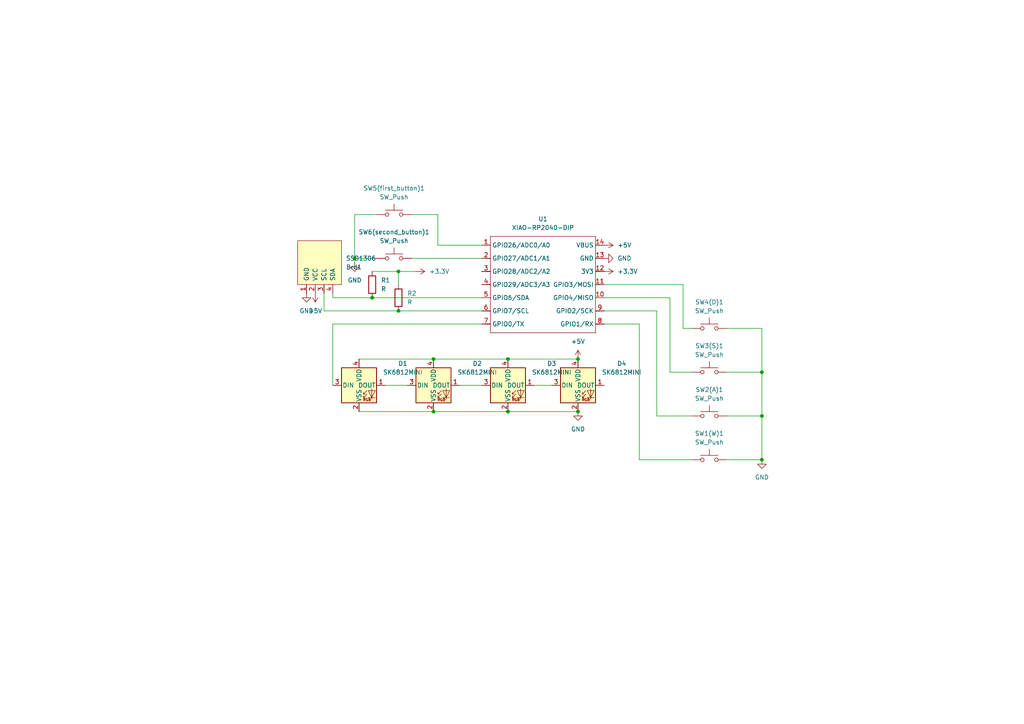
<source format=kicad_sch>
(kicad_sch (version 20231120) (generator "eeschema") (generator_version "8.0")
  (paper "A4")
  (lib_symbols
    (symbol "Device:R" (pin_numbers hide) (pin_names (offset 0))
      (property "Reference" "R" (at 2.032 0 90))
      (property "Value" "R" (at 0 0 90))
      (symbol "R_0_1"
        (rectangle (start -1.016 -2.54) (end 1.016 2.54) (stroke (width 0.254)))
      )
      (symbol "R_1_1"
        (pin passive line (at 0 3.81 270) (length 1.27) (name "~") (number "1"))
        (pin passive line (at 0 -3.81 90) (length 1.27) (name "~") (number "2"))
      )
    )
    (symbol "LED:SK6812MINI" (pin_names (offset 0.254))
      (property "Reference" "D" (at 5.08 5.715 0))
      (property "Value" "SK6812MINI" (at 1.27 -5.715 0))
      (symbol "SK6812MINI_0_0"
        (text "RGB" (at 2.286 -4.191 0) (effects (font (size 0.762 0.762))))
      )
      (symbol "SK6812MINI_0_1"
        (polyline (pts (xy 1.27 -3.556) (xy 1.778 -3.556)))
        (polyline (pts (xy 1.27 -2.54) (xy 1.778 -2.54)))
        (polyline (pts (xy 4.699 -3.556) (xy 2.667 -3.556)))
        (polyline (pts (xy 2.286 -2.54) (xy 1.27 -3.556) (xy 1.27 -3.048)))
        (polyline (pts (xy 2.286 -1.524) (xy 1.27 -2.54) (xy 1.27 -2.032)))
        (polyline (pts (xy 3.683 -1.016) (xy 3.683 -3.556) (xy 3.683 -4.064)))
        (polyline (pts (xy 4.699 -1.524) (xy 2.667 -1.524) (xy 3.683 -3.556) (xy 4.699 -1.524)))
        (rectangle (start 5.08 5.08) (end -5.08 -5.08) (stroke (width 0.254)) (fill (type background)))
      )
      (symbol "SK6812MINI_1_1"
        (pin output line (at 7.62 0 180) (length 2.54) (name "DOUT") (number "1"))
        (pin power_in line (at 0 -7.62 90) (length 2.54) (name "VSS") (number "2"))
        (pin input line (at -7.62 0 0) (length 2.54) (name "DIN") (number "3"))
        (pin power_in line (at 0 7.62 270) (length 2.54) (name "VDD") (number "4"))
      )
    )
    (symbol "OLED_V2:SSD1306" (pin_names (offset 1.016))
      (property "Reference" "Brd" (at 0 -3.81 0))
      (property "Value" "SSD1306" (at 0 -1.27 0))
      (symbol "SSD1306_0_1"
        (rectangle (start -6.35 6.35) (end 6.35 -6.35) (fill (type background)))
      )
      (symbol "SSD1306_1_1"
        (pin input line (at -3.81 8.89 270) (length 2.54) (name "GND") (number "1"))
        (pin input line (at -1.27 8.89 270) (length 2.54) (name "VCC") (number "2"))
        (pin input line (at 1.27 8.89 270) (length 2.54) (name "SCL") (number "3"))
        (pin input line (at 3.81 8.89 270) (length 2.54) (name "SDA") (number "4"))
      )
    )
    (symbol "OPL:XIAO-RP2040-DIP"
      (property "Reference" "U" (at 0 0 0))
      (property "Value" "XIAO-RP2040-DIP" (at 5.334 -1.778 0))
      (symbol "XIAO-RP2040-DIP_1_0"
        (polyline (pts (xy -1.27 -30.48) (xy -1.27 -16.51)) (stroke (width 0.1524)))
        (polyline (pts (xy -1.27 -27.94) (xy -2.54 -27.94)) (stroke (width 0.1524)))
        (polyline (pts (xy -1.27 -24.13) (xy -2.54 -24.13)) (stroke (width 0.1524)))
        (polyline (pts (xy -1.27 -20.32) (xy -2.54 -20.32)) (stroke (width 0.1524)))
        (polyline (pts (xy -1.27 -16.51) (xy -2.54 -16.51)) (stroke (width 0.1524)))
        (polyline (pts (xy -1.27 -16.51) (xy -1.27 -12.7)) (stroke (width 0.1524)))
        (polyline (pts (xy -1.27 -12.7) (xy -2.54 -12.7)) (stroke (width 0.1524)))
        (polyline (pts (xy -1.27 -12.7) (xy -1.27 -8.89)) (stroke (width 0.1524)))
        (polyline (pts (xy -1.27 -8.89) (xy -2.54 -8.89)) (stroke (width 0.1524)))
        (polyline (pts (xy -1.27 -8.89) (xy -1.27 -5.08)) (stroke (width 0.1524)))
        (polyline (pts (xy -1.27 -5.08) (xy -2.54 -5.08)) (stroke (width 0.1524)))
        (polyline (pts (xy -1.27 -5.08) (xy -1.27 -2.54)) (stroke (width 0.1524)))
        (polyline (pts (xy -1.27 -2.54) (xy 29.21 -2.54)) (stroke (width 0.1524)))
        (polyline (pts (xy 29.21 -30.48) (xy -1.27 -30.48)) (stroke (width 0.1524)))
        (polyline (pts (xy 29.21 -12.7) (xy 29.21 -30.48)) (stroke (width 0.1524)))
        (polyline (pts (xy 29.21 -8.89) (xy 29.21 -12.7)) (stroke (width 0.1524)))
        (polyline (pts (xy 29.21 -5.08) (xy 29.21 -8.89)) (stroke (width 0.1524)))
        (polyline (pts (xy 29.21 -2.54) (xy 29.21 -5.08)) (stroke (width 0.1524)))
        (polyline (pts (xy 30.48 -27.94) (xy 29.21 -27.94)) (stroke (width 0.1524)))
        (polyline (pts (xy 30.48 -24.13) (xy 29.21 -24.13)) (stroke (width 0.1524)))
        (polyline (pts (xy 30.48 -20.32) (xy 29.21 -20.32)) (stroke (width 0.1524)))
        (polyline (pts (xy 30.48 -16.51) (xy 29.21 -16.51)) (stroke (width 0.1524)))
        (polyline (pts (xy 30.48 -12.7) (xy 29.21 -12.7)) (stroke (width 0.1524)))
        (polyline (pts (xy 30.48 -8.89) (xy 29.21 -8.89)) (stroke (width 0.1524)))
        (polyline (pts (xy 30.48 -5.08) (xy 29.21 -5.08)) (stroke (width 0.1524)))
        (pin passive line (at -3.81 -5.08 0) (length 2.54) (name "GPIO26/ADC0/A0") (number "1"))
        (pin passive line (at 31.75 -20.32 180) (length 2.54) (name "GPIO4/MISO") (number "10"))
        (pin passive line (at 31.75 -16.51 180) (length 2.54) (name "GPIO3/MOSI") (number "11"))
        (pin passive line (at 31.75 -12.7 180) (length 2.54) (name "3V3") (number "12"))
        (pin passive line (at 31.75 -8.89 180) (length 2.54) (name "GND") (number "13"))
        (pin passive line (at 31.75 -5.08 180) (length 2.54) (name "VBUS") (number "14"))
        (pin passive line (at -3.81 -8.89 0) (length 2.54) (name "GPIO27/ADC1/A1") (number "2"))
        (pin passive line (at -3.81 -12.7 0) (length 2.54) (name "GPIO28/ADC2/A2") (number "3"))
        (pin passive line (at -3.81 -16.51 0) (length 2.54) (name "GPIO29/ADC3/A3") (number "4"))
        (pin passive line (at -3.81 -20.32 0) (length 2.54) (name "GPIO6/SDA") (number "5"))
        (pin passive line (at -3.81 -24.13 0) (length 2.54) (name "GPIO7/SCL") (number "6"))
        (pin passive line (at -3.81 -27.94 0) (length 2.54) (name "GPIO0/TX") (number "7"))
        (pin passive line (at 31.75 -27.94 180) (length 2.54) (name "GPIO1/RX") (number "8"))
        (pin passive line (at 31.75 -24.13 180) (length 2.54) (name "GPIO2/SCK") (number "9"))
      )
    )
    (symbol "Switch:SW_Push" (pin_numbers hide) (pin_names (offset 1.016) hide)
      (property "Reference" "SW" (at 1.27 2.54 0))
      (property "Value" "SW_Push" (at 0 -1.524 0))
      (symbol "SW_Push_0_1"
        (circle (center -2.032 0) (radius 0.508))
        (polyline (pts (xy 0 1.27) (xy 0 3.048)))
        (polyline (pts (xy 2.54 1.27) (xy -2.54 1.27)))
        (circle (center 2.032 0) (radius 0.508))
        (pin passive line (at -5.08 0 0) (length 2.54) (name "1") (number "1"))
        (pin passive line (at 5.08 0 180) (length 2.54) (name "2") (number "2"))
      )
    )
    (symbol "power:+3.3V" (power) (pin_numbers hide) (pin_names (offset 0) hide)
      (property "Value" "+3.3V" (at 0 3.556 0))
      (symbol "+3.3V_0_1"
        (polyline (pts (xy -0.762 1.27) (xy 0 2.54)))
        (polyline (pts (xy 0 0) (xy 0 2.54)))
        (polyline (pts (xy 0 2.54) (xy 0.762 1.27)))
      )
      (symbol "+3.3V_1_1"
        (pin power_in line (at 0 0 90) (length 0) (name "~") (number "1"))
      )
    )
    (symbol "power:+5V" (power) (pin_numbers hide) (pin_names (offset 0) hide)
      (property "Value" "+5V" (at 0 3.556 0))
      (symbol "+5V_0_1"
        (polyline (pts (xy -0.762 1.27) (xy 0 2.54)))
        (polyline (pts (xy 0 0) (xy 0 2.54)))
        (polyline (pts (xy 0 2.54) (xy 0.762 1.27)))
      )
      (symbol "+5V_1_1"
        (pin power_in line (at 0 0 90) (length 0) (name "~") (number "1"))
      )
    )
    (symbol "power:GND" (power) (pin_numbers hide) (pin_names (offset 0) hide)
      (property "Value" "GND" (at 0 -3.81 0))
      (symbol "GND_0_1"
        (polyline (pts (xy 0 0) (xy 0 -1.27) (xy 1.27 -1.27) (xy 0 -2.54) (xy -1.27 -1.27) (xy 0 -1.27)))
      )
      (symbol "GND_1_1"
        (pin power_in line (at 0 0 270) (length 0) (name "~") (number "1"))
      )
    )
  )
  (junction (at 102.87 74.93))
  (junction (at 115.57 78.74))
  (junction (at 167.64 104.14))
  (junction (at 220.98 107.95))
  (junction (at 147.32 104.14))
  (junction (at 220.98 133.35))
  (junction (at 107.95 86.36))
  (junction (at 167.64 119.38))
  (junction (at 147.32 119.38))
  (junction (at 115.57 90.17))
  (junction (at 125.73 104.14))
  (junction (at 125.73 119.38))
  (junction (at 220.98 120.65))
  (wire (pts (xy 154.94 111.76) (xy 160.02 111.76)))
  (wire (pts (xy 102.87 74.93) (xy 109.22 74.93)))
  (wire (pts (xy 104.14 104.14) (xy 125.73 104.14)))
  (wire (pts (xy 167.64 119.38) (xy 147.32 119.38)))
  (wire (pts (xy 107.95 78.74) (xy 115.57 78.74)))
  (wire (pts (xy 147.32 104.14) (xy 167.64 104.14)))
  (wire (pts (xy 190.5 90.17) (xy 190.5 120.65)))
  (wire (pts (xy 133.35 111.76) (xy 139.7 111.76)))
  (wire (pts (xy 139.7 90.17) (xy 115.57 90.17)))
  (wire (pts (xy 175.26 82.55) (xy 198.12 82.55)))
  (wire (pts (xy 210.82 107.95) (xy 220.98 107.95)))
  (wire (pts (xy 111.76 111.76) (xy 118.11 111.76)))
  (wire (pts (xy 175.26 86.36) (xy 194.31 86.36)))
  (wire (pts (xy 119.38 74.93) (xy 139.7 74.93)))
  (wire (pts (xy 115.57 78.74) (xy 115.57 82.55)))
  (wire (pts (xy 175.26 93.98) (xy 185.42 93.98)))
  (wire (pts (xy 210.82 95.25) (xy 220.98 95.25)))
  (wire (pts (xy 220.98 95.25) (xy 220.98 107.95)))
  (wire (pts (xy 107.95 86.36) (xy 139.7 86.36)))
  (wire (pts (xy 102.87 62.23) (xy 102.87 74.93)))
  (wire (pts (xy 194.31 107.95) (xy 200.66 107.95)))
  (wire (pts (xy 96.52 93.98) (xy 139.7 93.98)))
  (wire (pts (xy 210.82 133.35) (xy 220.98 133.35)))
  (wire (pts (xy 175.26 90.17) (xy 190.5 90.17)))
  (wire (pts (xy 115.57 78.74) (xy 120.65 78.74)))
  (wire (pts (xy 93.98 90.17) (xy 93.98 85.09)))
  (wire (pts (xy 139.7 71.12) (xy 127 71.12)))
  (wire (pts (xy 96.52 111.76) (xy 96.52 93.98)))
  (wire (pts (xy 198.12 95.25) (xy 200.66 95.25)))
  (wire (pts (xy 125.73 104.14) (xy 147.32 104.14)))
  (wire (pts (xy 220.98 120.65) (xy 220.98 133.35)))
  (wire (pts (xy 125.73 119.38) (xy 147.32 119.38)))
  (wire (pts (xy 104.14 119.38) (xy 125.73 119.38)))
  (wire (pts (xy 96.52 86.36) (xy 107.95 86.36)))
  (wire (pts (xy 96.52 86.36) (xy 96.52 85.09)))
  (wire (pts (xy 109.22 62.23) (xy 102.87 62.23)))
  (wire (pts (xy 127 62.23) (xy 119.38 62.23)))
  (wire (pts (xy 102.87 76.2) (xy 102.87 74.93)))
  (wire (pts (xy 127 71.12) (xy 127 62.23)))
  (wire (pts (xy 210.82 120.65) (xy 220.98 120.65)))
  (wire (pts (xy 185.42 93.98) (xy 185.42 133.35)))
  (wire (pts (xy 198.12 82.55) (xy 198.12 95.25)))
  (wire (pts (xy 115.57 90.17) (xy 93.98 90.17)))
  (wire (pts (xy 185.42 133.35) (xy 200.66 133.35)))
  (wire (pts (xy 190.5 120.65) (xy 200.66 120.65)))
  (wire (pts (xy 194.31 86.36) (xy 194.31 107.95)))
  (wire (pts (xy 220.98 107.95) (xy 220.98 120.65)))
  (symbol (lib_id "OLED_V2:SSD1306") (at 92.71 76.2 0) (mirror x) (unit 1)
    (property "Reference" "Brd1" (at 100.33 77.4701 0) (effects (justify left)))
    (property "Value" "SSD1306" (at 100.33 74.9301 0) (effects (justify left)))
    (property "Footprint" "OLED_V2:128x64OLED" (effects (hide yes)))
    (property "Description" "SSD1306 OLED" (effects (hide yes)))
  )
  (symbol (lib_id "LED:SK6812MINI") (at 125.73 111.76 0) (unit 1)
    (property "Reference" "D2" (at 138.43 105.4414 0))
    (property "Value" "SK6812MINI" (at 138.43 107.9814 0))
    (property "Footprint" "LED_SMD:LED_SK6812MINI_PLCC4_3.5x3.5mm_P1.75mm" (effects (hide yes)))
    (property "Datasheet" "https://cdn-shop.adafruit.com/product-files/2686/SK6812MINI_REV.01-1-2.pdf" (effects (hide yes)))
    (property "Description" "RGB LED with integrated controller" (effects (hide yes)))
  )
  (symbol (lib_id "power:+3.3V") (at 175.26 78.74 270) (unit 1)
    (property "Reference" "#PWR09" (effects (hide yes)))
    (property "Value" "+3.3V" (at 179.07 78.7399 90) (effects (justify left)))
    (property "Description" "Power symbol creates a global label with name \"+3.3V\"" (effects (hide yes)))
  )
  (symbol (lib_id "LED:SK6812MINI") (at 104.14 111.76 0) (unit 1)
    (property "Reference" "D1" (at 116.84 105.4414 0))
    (property "Value" "SK6812MINI" (at 116.84 107.9814 0))
    (property "Footprint" "LED_SMD:LED_SK6812MINI_PLCC4_3.5x3.5mm_P1.75mm" (effects (hide yes)))
    (property "Datasheet" "https://cdn-shop.adafruit.com/product-files/2686/SK6812MINI_REV.01-1-2.pdf" (effects (hide yes)))
    (property "Description" "RGB LED with integrated controller" (effects (hide yes)))
  )
  (symbol (lib_id "Switch:SW_Push") (at 114.3 62.23 0) (unit 1)
    (property "Reference" "SW5(first_button)1" (at 114.3 54.61 0))
    (property "Value" "SW_Push" (at 114.3 57.15 0))
    (property "Footprint" "Button_Switch_THT:SW_PUSH_6mm_H4.3mm" (effects (hide yes)))
    (property "Description" "Push button switch, generic, two pins" (effects (hide yes)))
  )
  (symbol (lib_id "Switch:SW_Push") (at 205.74 133.35 0) (unit 1)
    (property "Reference" "SW1(W)1" (at 205.74 125.73 0))
    (property "Value" "SW_Push" (at 205.74 128.27 0))
    (property "Footprint" "Button_Switch_Keyboard:SW_Cherry_MX_1.00u_PCB" (effects (hide yes)))
    (property "Description" "Push button switch, generic, two pins" (effects (hide yes)))
  )
  (symbol (lib_id "Switch:SW_Push") (at 114.3 74.93 0) (unit 1)
    (property "Reference" "SW6(second_button)1" (at 114.3 67.31 0))
    (property "Value" "SW_Push" (at 114.3 69.85 0))
    (property "Footprint" "Button_Switch_THT:SW_PUSH_6mm_H4.3mm" (effects (hide yes)))
    (property "Description" "Push button switch, generic, two pins" (effects (hide yes)))
  )
  (symbol (lib_id "Device:R") (at 115.57 86.36 0) (unit 1)
    (property "Reference" "R2" (at 118.11 85.0899 0) (effects (justify left)))
    (property "Value" "R" (at 118.11 87.6299 0) (effects (justify left)))
    (property "Footprint" "Resistor_THT:R_Axial_DIN0204_L3.6mm_D1.6mm_P7.62mm_Horizontal" (effects (hide yes)))
    (property "Description" "Resistor" (effects (hide yes)))
  )
  (symbol (lib_id "power:GND") (at 88.9 85.09 0) (mirror y) (unit 1)
    (property "Reference" "#PWR08" (effects (hide yes)))
    (property "Value" "GND" (at 88.9 90.17 0))
    (property "Description" "Power symbol creates a global label with name \"GND\" , ground" (effects (hide yes)))
  )
  (symbol (lib_id "power:GND") (at 175.26 74.93 90) (unit 1)
    (property "Reference" "#PWR02" (effects (hide yes)))
    (property "Value" "GND" (at 179.07 74.9299 90) (effects (justify right)))
    (property "Description" "Power symbol creates a global label with name \"GND\" , ground" (effects (hide yes)))
  )
  (symbol (lib_id "Switch:SW_Push") (at 205.74 95.25 0) (unit 1)
    (property "Reference" "SW4(D)1" (at 205.74 87.63 0))
    (property "Value" "SW_Push" (at 205.74 90.17 0))
    (property "Footprint" "Button_Switch_Keyboard:SW_Cherry_MX_1.00u_PCB" (effects (hide yes)))
    (property "Description" "Push button switch, generic, two pins" (effects (hide yes)))
  )
  (symbol (lib_id "LED:SK6812MINI") (at 147.32 111.76 0) (unit 1)
    (property "Reference" "D3" (at 160.02 105.4414 0))
    (property "Value" "SK6812MINI" (at 160.02 107.9814 0))
    (property "Footprint" "LED_SMD:LED_SK6812MINI_PLCC4_3.5x3.5mm_P1.75mm" (effects (hide yes)))
    (property "Datasheet" "https://cdn-shop.adafruit.com/product-files/2686/SK6812MINI_REV.01-1-2.pdf" (effects (hide yes)))
    (property "Description" "RGB LED with integrated controller" (effects (hide yes)))
  )
  (symbol (lib_id "OPL:XIAO-RP2040-DIP") (at 143.51 66.04 0) (unit 1)
    (property "Reference" "U1" (at 157.48 63.5 0))
    (property "Value" "XIAO-RP2040-DIP" (at 157.48 66.04 0))
    (property "Footprint" "OPL:XIAO-RP2040-DIP" (effects (hide yes)))
  )
  (symbol (lib_id "Switch:SW_Push") (at 205.74 107.95 0) (unit 1)
    (property "Reference" "SW3(S)1" (at 205.74 100.33 0))
    (property "Value" "SW_Push" (at 205.74 102.87 0))
    (property "Footprint" "Button_Switch_Keyboard:SW_Cherry_MX_1.00u_PCB" (effects (hide yes)))
    (property "Description" "Push button switch, generic, two pins" (effects (hide yes)))
  )
  (symbol (lib_id "power:GND") (at 220.98 133.35 0) (unit 1)
    (property "Reference" "#PWR01" (effects (hide yes)))
    (property "Value" "GND" (at 220.98 138.43 0))
    (property "Description" "Power symbol creates a global label with name \"GND\" , ground" (effects (hide yes)))
  )
  (symbol (lib_id "LED:SK6812MINI") (at 167.64 111.76 0) (unit 1)
    (property "Reference" "D4" (at 180.34 105.4414 0))
    (property "Value" "SK6812MINI" (at 180.34 107.9814 0))
    (property "Footprint" "LED_SMD:LED_SK6812MINI_PLCC4_3.5x3.5mm_P1.75mm" (effects (hide yes)))
    (property "Datasheet" "https://cdn-shop.adafruit.com/product-files/2686/SK6812MINI_REV.01-1-2.pdf" (effects (hide yes)))
    (property "Description" "RGB LED with integrated controller" (effects (hide yes)))
  )
  (symbol (lib_id "Device:R") (at 107.95 82.55 0) (unit 1)
    (property "Reference" "R1" (at 110.49 81.2799 0) (effects (justify left)))
    (property "Value" "R" (at 110.49 83.8199 0) (effects (justify left)))
    (property "Footprint" "Resistor_THT:R_Axial_DIN0204_L3.6mm_D1.6mm_P7.62mm_Horizontal" (effects (hide yes)))
    (property "Description" "Resistor" (effects (hide yes)))
  )
  (symbol (lib_id "Switch:SW_Push") (at 205.74 120.65 0) (unit 1)
    (property "Reference" "SW2(A)1" (at 205.74 113.03 0))
    (property "Value" "SW_Push" (at 205.74 115.57 0))
    (property "Footprint" "Button_Switch_Keyboard:SW_Cherry_MX_1.00u_PCB" (effects (hide yes)))
    (property "Description" "Push button switch, generic, two pins" (effects (hide yes)))
  )
  (symbol (lib_id "power:GND") (at 167.64 119.38 0) (unit 1)
    (property "Reference" "#PWR04" (effects (hide yes)))
    (property "Value" "GND" (at 167.64 124.46 0))
    (property "Description" "Power symbol creates a global label with name \"GND\" , ground" (effects (hide yes)))
  )
  (symbol (lib_id "power:+5V") (at 175.26 71.12 270) (unit 1)
    (property "Reference" "#PWR05" (effects (hide yes)))
    (property "Value" "+5V" (at 179.07 71.1199 90) (effects (justify left)))
    (property "Description" "Power symbol creates a global label with name \"+5V\"" (effects (hide yes)))
  )
  (symbol (lib_id "power:+5V") (at 91.44 85.09 0) (mirror x) (unit 1)
    (property "Reference" "#PWR07" (effects (hide yes)))
    (property "Value" "+5V" (at 91.44 90.17 0))
    (property "Description" "Power symbol creates a global label with name \"+5V\"" (effects (hide yes)))
  )
  (symbol (lib_id "power:GND") (at 102.87 76.2 0) (unit 1)
    (property "Reference" "#PWR06" (effects (hide yes)))
    (property "Value" "GND" (at 102.87 81.28 0))
    (property "Description" "Power symbol creates a global label with name \"GND\" , ground" (effects (hide yes)))
  )
  (symbol (lib_id "power:+5V") (at 167.64 104.14 0) (unit 1)
    (property "Reference" "#PWR03" (effects (hide yes)))
    (property "Value" "+5V" (at 167.64 99.06 0))
    (property "Description" "Power symbol creates a global label with name \"+5V\"" (effects (hide yes)))
  )
  (symbol (lib_id "power:+3.3V") (at 120.65 78.74 270) (unit 1)
    (property "Reference" "#PWR012" (effects (hide yes)))
    (property "Value" "+3.3V" (at 124.46 78.7399 90) (effects (justify left)))
    (property "Description" "Power symbol creates a global label with name \"+3.3V\"" (effects (hide yes)))
  )
)
</source>
